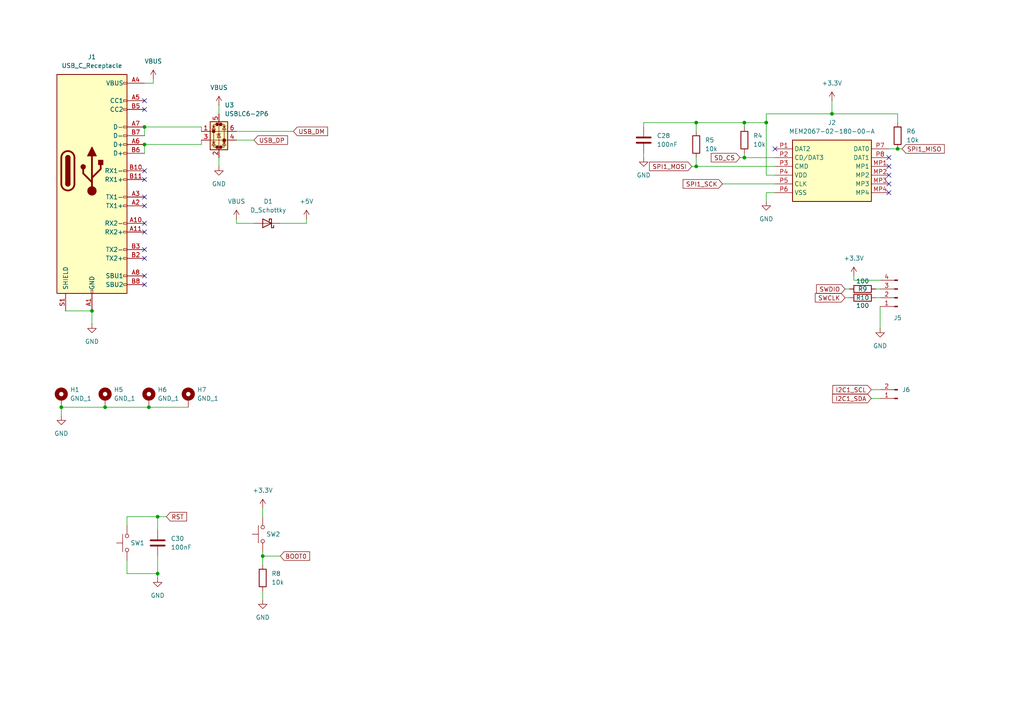
<source format=kicad_sch>
(kicad_sch (version 20231120) (generator "eeschema") (generator_version "8.0")
  (paper "A4")
  (lib_symbols
    (symbol "Connector:Conn_01x02_Pin" (pin_names (offset 1.016) hide)
      (property "Reference" "J" (at 0 2.54 0))
      (property "Value" "Conn_01x02_Pin" (at 0 -5.08 0))
      (symbol "Conn_01x02_Pin_1_1"
        (polyline (pts (xy 1.27 -2.54) (xy 0.8636 -2.54)) (stroke (width 0.1524)))
        (polyline (pts (xy 1.27 0) (xy 0.8636 0)) (stroke (width 0.1524)))
        (rectangle (start 0.8636 -2.413) (end 0 -2.667) (stroke (width 0.1524)) (fill (type outline)))
        (rectangle (start 0.8636 0.127) (end 0 -0.127) (stroke (width 0.1524)) (fill (type outline)))
        (pin passive line (at 5.08 0 180) (length 3.81) (name "Pin_1") (number "1"))
        (pin passive line (at 5.08 -2.54 180) (length 3.81) (name "Pin_2") (number "2"))
      )
    )
    (symbol "Connector:Conn_01x04_Pin" (pin_names (offset 1.016) hide)
      (property "Reference" "J" (at 0 5.08 0))
      (property "Value" "Conn_01x04_Pin" (at 0 -7.62 0))
      (symbol "Conn_01x04_Pin_1_1"
        (polyline (pts (xy 1.27 -5.08) (xy 0.8636 -5.08)) (stroke (width 0.1524)))
        (polyline (pts (xy 1.27 -2.54) (xy 0.8636 -2.54)) (stroke (width 0.1524)))
        (polyline (pts (xy 1.27 0) (xy 0.8636 0)) (stroke (width 0.1524)))
        (polyline (pts (xy 1.27 2.54) (xy 0.8636 2.54)) (stroke (width 0.1524)))
        (rectangle (start 0.8636 -4.953) (end 0 -5.207) (stroke (width 0.1524)) (fill (type outline)))
        (rectangle (start 0.8636 -2.413) (end 0 -2.667) (stroke (width 0.1524)) (fill (type outline)))
        (rectangle (start 0.8636 0.127) (end 0 -0.127) (stroke (width 0.1524)) (fill (type outline)))
        (rectangle (start 0.8636 2.667) (end 0 2.413) (stroke (width 0.1524)) (fill (type outline)))
        (pin passive line (at 5.08 2.54 180) (length 3.81) (name "Pin_1") (number "1"))
        (pin passive line (at 5.08 0 180) (length 3.81) (name "Pin_2") (number "2"))
        (pin passive line (at 5.08 -2.54 180) (length 3.81) (name "Pin_3") (number "3"))
        (pin passive line (at 5.08 -5.08 180) (length 3.81) (name "Pin_4") (number "4"))
      )
    )
    (symbol "Connector:USB_C_Receptacle" (pin_names (offset 1.016))
      (property "Reference" "J" (at -10.16 29.21 0))
      (property "Value" "USB_C_Receptacle" (at 10.16 29.21 0))
      (symbol "USB_C_Receptacle_0_0"
        (rectangle (start -0.254 -35.56) (end 0.254 -34.544))
        (rectangle (start 10.16 -32.766) (end 9.144 -33.274))
        (rectangle (start 10.16 -30.226) (end 9.144 -30.734))
        (rectangle (start 10.16 -25.146) (end 9.144 -25.654))
        (rectangle (start 10.16 -22.606) (end 9.144 -23.114))
        (rectangle (start 10.16 -17.526) (end 9.144 -18.034))
        (rectangle (start 10.16 -14.986) (end 9.144 -15.494))
        (rectangle (start 10.16 -9.906) (end 9.144 -10.414))
        (rectangle (start 10.16 -7.366) (end 9.144 -7.874))
        (rectangle (start 10.16 -2.286) (end 9.144 -2.794))
        (rectangle (start 10.16 0.254) (end 9.144 -0.254))
        (rectangle (start 10.16 5.334) (end 9.144 4.826))
        (rectangle (start 10.16 7.874) (end 9.144 7.366))
        (rectangle (start 10.16 10.414) (end 9.144 9.906))
        (rectangle (start 10.16 12.954) (end 9.144 12.446))
        (rectangle (start 10.16 18.034) (end 9.144 17.526))
        (rectangle (start 10.16 20.574) (end 9.144 20.066))
        (rectangle (start 10.16 25.654) (end 9.144 25.146))
      )
      (symbol "USB_C_Receptacle_0_1"
        (rectangle (start -10.16 27.94) (end 10.16 -35.56) (stroke (width 0.254)) (fill (type background)))
        (arc (start -8.89 -3.81) (mid -6.985 -5.7067) (end -5.08 -3.81) (stroke (width 0.508)))
        (arc (start -7.62 -3.81) (mid -6.985 -4.4423) (end -6.35 -3.81) (stroke (width 0.254)))
        (arc (start -7.62 -3.81) (mid -6.985 -4.4423) (end -6.35 -3.81) (stroke (width 0.254)) (fill (type outline)))
        (rectangle (start -7.62 -3.81) (end -6.35 3.81) (stroke (width 0.254)) (fill (type outline)))
        (arc (start -6.35 3.81) (mid -6.985 4.4423) (end -7.62 3.81) (stroke (width 0.254)))
        (arc (start -6.35 3.81) (mid -6.985 4.4423) (end -7.62 3.81) (stroke (width 0.254)) (fill (type outline)))
        (arc (start -5.08 3.81) (mid -6.985 5.7067) (end -8.89 3.81) (stroke (width 0.508)))
        (polyline (pts (xy -8.89 -3.81) (xy -8.89 3.81)) (stroke (width 0.508)))
        (polyline (pts (xy -5.08 3.81) (xy -5.08 -3.81)) (stroke (width 0.508)))
      )
      (symbol "USB_C_Receptacle_1_1"
        (circle (center -2.54 1.143) (radius 0.635) (stroke (width 0.254)) (fill (type outline)))
        (circle (center 0 -5.842) (radius 1.27) (fill (type outline)))
        (polyline (pts (xy 0 -5.842) (xy 0 4.318)) (stroke (width 0.508)))
        (polyline (pts (xy 0 -3.302) (xy -2.54 -0.762) (xy -2.54 0.508)) (stroke (width 0.508)))
        (polyline (pts (xy 0 -2.032) (xy 2.54 0.508) (xy 2.54 1.778)) (stroke (width 0.508)))
        (polyline (pts (xy -1.27 4.318) (xy 0 6.858) (xy 1.27 4.318) (xy -1.27 4.318)) (stroke (width 0.254)) (fill (type outline)))
        (rectangle (start 1.905 1.778) (end 3.175 3.048) (stroke (width 0.254)) (fill (type outline)))
        (pin passive line (at 0 -40.64 90) (length 5.08) (name "GND") (number "A1"))
        (pin bidirectional line (at 15.24 -15.24 180) (length 5.08) (name "RX2-") (number "A10"))
        (pin bidirectional line (at 15.24 -17.78 180) (length 5.08) (name "RX2+") (number "A11"))
        (pin passive line (at 0 -40.64 90) (length 5.08) hide (name "GND") (number "A12"))
        (pin bidirectional line (at 15.24 -10.16 180) (length 5.08) (name "TX1+") (number "A2"))
        (pin bidirectional line (at 15.24 -7.62 180) (length 5.08) (name "TX1-") (number "A3"))
        (pin passive line (at 15.24 25.4 180) (length 5.08) (name "VBUS") (number "A4"))
        (pin bidirectional line (at 15.24 20.32 180) (length 5.08) (name "CC1") (number "A5"))
        (pin bidirectional line (at 15.24 7.62 180) (length 5.08) (name "D+") (number "A6"))
        (pin bidirectional line (at 15.24 12.7 180) (length 5.08) (name "D-") (number "A7"))
        (pin bidirectional line (at 15.24 -30.48 180) (length 5.08) (name "SBU1") (number "A8"))
        (pin passive line (at 15.24 25.4 180) (length 5.08) hide (name "VBUS") (number "A9"))
        (pin passive line (at 0 -40.64 90) (length 5.08) hide (name "GND") (number "B1"))
        (pin bidirectional line (at 15.24 0 180) (length 5.08) (name "RX1-") (number "B10"))
        (pin bidirectional line (at 15.24 -2.54 180) (length 5.08) (name "RX1+") (number "B11"))
        (pin passive line (at 0 -40.64 90) (length 5.08) hide (name "GND") (number "B12"))
        (pin bidirectional line (at 15.24 -25.4 180) (length 5.08) (name "TX2+") (number "B2"))
        (pin bidirectional line (at 15.24 -22.86 180) (length 5.08) (name "TX2-") (number "B3"))
        (pin passive line (at 15.24 25.4 180) (length 5.08) hide (name "VBUS") (number "B4"))
        (pin bidirectional line (at 15.24 17.78 180) (length 5.08) (name "CC2") (number "B5"))
        (pin bidirectional line (at 15.24 5.08 180) (length 5.08) (name "D+") (number "B6"))
        (pin bidirectional line (at 15.24 10.16 180) (length 5.08) (name "D-") (number "B7"))
        (pin bidirectional line (at 15.24 -33.02 180) (length 5.08) (name "SBU2") (number "B8"))
        (pin passive line (at 15.24 25.4 180) (length 5.08) hide (name "VBUS") (number "B9"))
        (pin passive line (at -7.62 -40.64 90) (length 5.08) (name "SHIELD") (number "S1"))
      )
    )
    (symbol "Device:C" (pin_numbers hide) (pin_names (offset 0.254))
      (property "Reference" "C" (at 0.635 2.54 0))
      (property "Value" "C" (at 0.635 -2.54 0))
      (symbol "C_0_1"
        (polyline (pts (xy -2.032 -0.762) (xy 2.032 -0.762)) (stroke (width 0.508)))
        (polyline (pts (xy -2.032 0.762) (xy 2.032 0.762)) (stroke (width 0.508)))
      )
      (symbol "C_1_1"
        (pin passive line (at 0 3.81 270) (length 2.794) (name "~") (number "1"))
        (pin passive line (at 0 -3.81 90) (length 2.794) (name "~") (number "2"))
      )
    )
    (symbol "Device:D_Schottky" (pin_numbers hide) (pin_names (offset 1.016) hide)
      (property "Reference" "D" (at 0 2.54 0))
      (property "Value" "D_Schottky" (at 0 -2.54 0))
      (symbol "D_Schottky_0_1"
        (polyline (pts (xy 1.27 0) (xy -1.27 0)))
        (polyline (pts (xy 1.27 1.27) (xy 1.27 -1.27) (xy -1.27 0) (xy 1.27 1.27)) (stroke (width 0.254)))
        (polyline (pts (xy -1.905 0.635) (xy -1.905 1.27) (xy -1.27 1.27) (xy -1.27 -1.27) (xy -0.635 -1.27) (xy -0.635 -0.635)) (stroke (width 0.254)))
      )
      (symbol "D_Schottky_1_1"
        (pin passive line (at -3.81 0 0) (length 2.54) (name "K") (number "1"))
        (pin passive line (at 3.81 0 180) (length 2.54) (name "A") (number "2"))
      )
    )
    (symbol "Device:R" (pin_numbers hide) (pin_names (offset 0))
      (property "Reference" "R" (at 2.032 0 90))
      (property "Value" "R" (at 0 0 90))
      (symbol "R_0_1"
        (rectangle (start -1.016 -2.54) (end 1.016 2.54) (stroke (width 0.254)))
      )
      (symbol "R_1_1"
        (pin passive line (at 0 3.81 270) (length 1.27) (name "~") (number "1"))
        (pin passive line (at 0 -3.81 90) (length 1.27) (name "~") (number "2"))
      )
    )
    (symbol "Mechanical:MountingHole_Pad_MP" (pin_numbers hide) (pin_names (offset 1.016) hide) (exclude_from_sim yes) (in_bom no)
      (property "Reference" "H" (at 0 6.35 0))
      (property "Value" "MountingHole_Pad_MP" (at 0 4.445 0))
      (symbol "MountingHole_Pad_MP_0_1"
        (circle (center 0 1.27) (radius 1.27) (stroke (width 1.27)))
      )
      (symbol "MountingHole_Pad_MP_1_1"
        (pin input line (at 0 -2.54 90) (length 2.54) (name "MP") (number "MP"))
      )
    )
    (symbol "Power_Protection:USBLC6-2P6" (pin_names hide)
      (property "Reference" "U" (at 0.635 5.715 0))
      (property "Value" "USBLC6-2P6" (at 0.635 3.81 0))
      (symbol "USBLC6-2P6_0_0"
        (circle (center -1.524 0) (radius 0.0001) (stroke (width 0.508)))
        (circle (center -0.508 -4.572) (radius 0.0001) (stroke (width 0.508)))
        (circle (center -0.508 2.032) (radius 0.0001) (stroke (width 0.508)))
        (circle (center 0.508 -4.572) (radius 0.0001) (stroke (width 0.508)))
        (circle (center 0.508 2.032) (radius 0.0001) (stroke (width 0.508)))
        (circle (center 1.524 -2.54) (radius 0.0001) (stroke (width 0.508)))
      )
      (symbol "USBLC6-2P6_0_1"
        (polyline (pts (xy -2.54 -2.54) (xy 2.54 -2.54)))
        (polyline (pts (xy -2.54 0) (xy 2.54 0)))
        (polyline (pts (xy -2.032 -3.048) (xy -1.016 -3.048)))
        (polyline (pts (xy -1.016 1.524) (xy -2.032 1.524)))
        (polyline (pts (xy 1.016 -3.048) (xy 2.032 -3.048)))
        (polyline (pts (xy 1.016 1.524) (xy 2.032 1.524)))
        (polyline (pts (xy -0.508 -1.143) (xy -0.508 -0.762) (xy 0.508 -0.762)))
        (polyline (pts (xy -2.032 0.508) (xy -1.016 0.508) (xy -1.524 1.524) (xy -2.032 0.508)))
        (polyline (pts (xy -1.016 -4.064) (xy -2.032 -4.064) (xy -1.524 -3.048) (xy -1.016 -4.064)))
        (polyline (pts (xy 0.508 -1.778) (xy -0.508 -1.778) (xy 0 -0.762) (xy 0.508 -1.778)))
        (polyline (pts (xy 2.032 -4.064) (xy 1.016 -4.064) (xy 1.524 -3.048) (xy 2.032 -4.064)))
        (polyline (pts (xy 2.032 0.508) (xy 1.016 0.508) (xy 1.524 1.524) (xy 2.032 0.508)))
        (polyline (pts (xy 0 2.54) (xy -0.508 2.032) (xy 0.508 2.032) (xy 0 1.524) (xy 0 -4.064) (xy -0.508 -4.572) (xy 0.508 -4.572) (xy 0 -5.08)))
      )
      (symbol "USBLC6-2P6_1_1"
        (rectangle (start -2.54 2.794) (end 2.54 -5.334) (stroke (width 0.254)) (fill (type background)))
        (polyline (pts (xy -0.508 2.032) (xy -1.524 2.032) (xy -1.524 -4.572) (xy -0.508 -4.572)))
        (polyline (pts (xy 0.508 -4.572) (xy 1.524 -4.572) (xy 1.524 2.032) (xy 0.508 2.032)))
        (pin passive line (at -5.08 0 0) (length 2.54) (name "I/O1") (number "1"))
        (pin passive line (at 0 -7.62 90) (length 2.54) (name "GND") (number "2"))
        (pin passive line (at -5.08 -2.54 0) (length 2.54) (name "I/O2") (number "3"))
        (pin passive line (at 5.08 -2.54 180) (length 2.54) (name "I/O2") (number "4"))
        (pin passive line (at 0 5.08 270) (length 2.54) (name "VBUS") (number "5"))
        (pin passive line (at 5.08 0 180) (length 2.54) (name "I/O1") (number "6"))
      )
    )
    (symbol "Switch:SW_Push" (pin_numbers hide) (pin_names (offset 1.016) hide)
      (property "Reference" "SW" (at 1.27 2.54 0))
      (property "Value" "SW_Push" (at 0 -1.524 0))
      (symbol "SW_Push_0_1"
        (circle (center -2.032 0) (radius 0.508))
        (polyline (pts (xy 0 1.27) (xy 0 3.048)))
        (polyline (pts (xy 2.54 1.27) (xy -2.54 1.27)))
        (circle (center 2.032 0) (radius 0.508))
        (pin passive line (at -5.08 0 0) (length 2.54) (name "1") (number "1"))
        (pin passive line (at 5.08 0 180) (length 2.54) (name "2") (number "2"))
      )
    )
    (symbol "VanguardLib:MEM2067-02-180-00-A"
      (property "Reference" "J" (at 29.21 7.62 0))
      (property "Value" "MEM2067-02-180-00-A" (at 29.21 5.08 0))
      (symbol "MEM2067-02-180-00-A_1_1"
        (rectangle (start 5.08 2.54) (end 27.94 -15.24) (stroke (width 0.254)) (fill (type background)))
        (pin passive line (at 33.02 -5.08 180) (length 5.08) (name "MP1") (number "MP1"))
        (pin passive line (at 33.02 -7.62 180) (length 5.08) (name "MP2") (number "MP2"))
        (pin passive line (at 33.02 -10.16 180) (length 5.08) (name "MP3") (number "MP3"))
        (pin passive line (at 33.02 -12.7 180) (length 5.08) (name "MP4") (number "MP4"))
        (pin passive line (at 0 0 0) (length 5.08) (name "DAT2") (number "P1"))
        (pin passive line (at 0 -2.54 0) (length 5.08) (name "CD/DAT3") (number "P2"))
        (pin passive line (at 0 -5.08 0) (length 5.08) (name "CMD") (number "P3"))
        (pin passive line (at 0 -7.62 0) (length 5.08) (name "VDD") (number "P4"))
        (pin passive line (at 0 -10.16 0) (length 5.08) (name "CLK") (number "P5"))
        (pin passive line (at 0 -12.7 0) (length 5.08) (name "VSS") (number "P6"))
        (pin passive line (at 33.02 0 180) (length 5.08) (name "DAT0") (number "P7"))
        (pin passive line (at 33.02 -2.54 180) (length 5.08) (name "DAT1") (number "P8"))
      )
    )
    (symbol "power:+3.3V" (power) (pin_numbers hide) (pin_names (offset 0) hide)
      (property "Value" "+3.3V" (at 0 3.556 0))
      (symbol "+3.3V_0_1"
        (polyline (pts (xy -0.762 1.27) (xy 0 2.54)))
        (polyline (pts (xy 0 0) (xy 0 2.54)))
        (polyline (pts (xy 0 2.54) (xy 0.762 1.27)))
      )
      (symbol "+3.3V_1_1"
        (pin power_in line (at 0 0 90) (length 0) (name "~") (number "1"))
      )
    )
    (symbol "power:+5V" (power) (pin_numbers hide) (pin_names (offset 0) hide)
      (property "Value" "+5V" (at 0 3.556 0))
      (symbol "+5V_0_1"
        (polyline (pts (xy -0.762 1.27) (xy 0 2.54)))
        (polyline (pts (xy 0 0) (xy 0 2.54)))
        (polyline (pts (xy 0 2.54) (xy 0.762 1.27)))
      )
      (symbol "+5V_1_1"
        (pin power_in line (at 0 0 90) (length 0) (name "~") (number "1"))
      )
    )
    (symbol "power:GND" (power) (pin_numbers hide) (pin_names (offset 0) hide)
      (property "Value" "GND" (at 0 -3.81 0))
      (symbol "GND_0_1"
        (polyline (pts (xy 0 0) (xy 0 -1.27) (xy 1.27 -1.27) (xy 0 -2.54) (xy -1.27 -1.27) (xy 0 -1.27)))
      )
      (symbol "GND_1_1"
        (pin power_in line (at 0 0 270) (length 0) (name "~") (number "1"))
      )
    )
    (symbol "power:VBUS" (power) (pin_numbers hide) (pin_names (offset 0) hide)
      (property "Value" "VBUS" (at 0 3.556 0))
      (symbol "VBUS_0_1"
        (polyline (pts (xy -0.762 1.27) (xy 0 2.54)))
        (polyline (pts (xy 0 0) (xy 0 2.54)))
        (polyline (pts (xy 0 2.54) (xy 0.762 1.27)))
      )
      (symbol "VBUS_1_1"
        (pin power_in line (at 0 0 90) (length 0) (name "~") (number "1"))
      )
    )
  )
  (junction (at 222.25 35.56))
  (junction (at 17.78 118.11))
  (junction (at 41.91 36.83))
  (junction (at 43.18 118.11))
  (junction (at 201.93 48.26))
  (junction (at 76.2 161.29))
  (junction (at 30.48 118.11))
  (junction (at 215.9 35.56))
  (junction (at 241.3 33.02))
  (junction (at 260.35 43.18))
  (junction (at 45.72 166.37))
  (junction (at 26.67 90.17))
  (junction (at 215.9 45.72))
  (junction (at 45.72 149.86))
  (junction (at 41.91 41.91))
  (junction (at 201.93 35.56))
  (no_connect (at 41.91 29.21))
  (no_connect (at 41.91 80.01))
  (no_connect (at 41.91 52.07))
  (no_connect (at 224.79 43.18))
  (no_connect (at 41.91 72.39))
  (no_connect (at 41.91 59.69))
  (no_connect (at 257.81 53.34))
  (no_connect (at 41.91 82.55))
  (no_connect (at 257.81 55.88))
  (no_connect (at 41.91 49.53))
  (no_connect (at 41.91 67.31))
  (no_connect (at 41.91 57.15))
  (no_connect (at 41.91 74.93))
  (no_connect (at 41.91 64.77))
  (no_connect (at 41.91 31.75))
  (no_connect (at 257.81 48.26))
  (no_connect (at 257.81 45.72))
  (no_connect (at 257.81 50.8))
  (wire (pts (xy 41.91 41.91) (xy 58.42 41.91)))
  (wire (pts (xy 88.9 63.5) (xy 88.9 64.77)))
  (wire (pts (xy 81.28 64.77) (xy 88.9 64.77)))
  (wire (pts (xy 215.9 45.72) (xy 224.79 45.72)))
  (wire (pts (xy 68.58 64.77) (xy 73.66 64.77)))
  (wire (pts (xy 41.91 36.83) (xy 41.91 39.37)))
  (wire (pts (xy 45.72 166.37) (xy 45.72 161.29)))
  (wire (pts (xy 257.81 43.18) (xy 260.35 43.18)))
  (wire (pts (xy 76.2 161.29) (xy 81.28 161.29)))
  (wire (pts (xy 36.83 149.86) (xy 45.72 149.86)))
  (wire (pts (xy 252.73 113.03) (xy 255.27 113.03)))
  (wire (pts (xy 241.3 33.02) (xy 260.35 33.02)))
  (wire (pts (xy 260.35 33.02) (xy 260.35 35.56)))
  (wire (pts (xy 76.2 160.02) (xy 76.2 161.29)))
  (wire (pts (xy 241.3 33.02) (xy 241.3 29.21)))
  (wire (pts (xy 30.48 118.11) (xy 43.18 118.11)))
  (wire (pts (xy 214.63 45.72) (xy 215.9 45.72)))
  (wire (pts (xy 36.83 166.37) (xy 36.83 162.56)))
  (wire (pts (xy 252.73 115.57) (xy 255.27 115.57)))
  (wire (pts (xy 201.93 48.26) (xy 224.79 48.26)))
  (wire (pts (xy 222.25 55.88) (xy 222.25 58.42)))
  (wire (pts (xy 17.78 118.11) (xy 17.78 120.65)))
  (wire (pts (xy 76.2 161.29) (xy 76.2 163.83)))
  (wire (pts (xy 200.66 48.26) (xy 201.93 48.26)))
  (wire (pts (xy 41.91 36.83) (xy 58.42 36.83)))
  (wire (pts (xy 186.69 44.45) (xy 186.69 45.72)))
  (wire (pts (xy 58.42 36.83) (xy 58.42 38.1)))
  (wire (pts (xy 68.58 63.5) (xy 68.58 64.77)))
  (wire (pts (xy 254 83.82) (xy 255.27 83.82)))
  (wire (pts (xy 17.78 118.11) (xy 30.48 118.11)))
  (wire (pts (xy 255.27 88.9) (xy 255.27 95.25)))
  (wire (pts (xy 36.83 166.37) (xy 45.72 166.37)))
  (wire (pts (xy 26.67 90.17) (xy 26.67 93.98)))
  (wire (pts (xy 245.11 83.82) (xy 246.38 83.82)))
  (wire (pts (xy 224.79 55.88) (xy 222.25 55.88)))
  (wire (pts (xy 247.65 81.28) (xy 255.27 81.28)))
  (wire (pts (xy 45.72 149.86) (xy 45.72 153.67)))
  (wire (pts (xy 201.93 35.56) (xy 215.9 35.56)))
  (wire (pts (xy 41.91 24.13) (xy 44.45 24.13)))
  (wire (pts (xy 45.72 149.86) (xy 48.26 149.86)))
  (wire (pts (xy 44.45 22.86) (xy 44.45 24.13)))
  (wire (pts (xy 43.18 118.11) (xy 54.61 118.11)))
  (wire (pts (xy 58.42 41.91) (xy 58.42 40.64)))
  (wire (pts (xy 245.11 86.36) (xy 246.38 86.36)))
  (wire (pts (xy 201.93 38.1) (xy 201.93 35.56)))
  (wire (pts (xy 76.2 147.32) (xy 76.2 149.86)))
  (wire (pts (xy 247.65 81.28) (xy 247.65 80.01)))
  (wire (pts (xy 260.35 43.18) (xy 261.62 43.18)))
  (wire (pts (xy 222.25 33.02) (xy 222.25 35.56)))
  (wire (pts (xy 63.5 30.48) (xy 63.5 33.02)))
  (wire (pts (xy 222.25 35.56) (xy 222.25 50.8)))
  (wire (pts (xy 215.9 35.56) (xy 222.25 35.56)))
  (wire (pts (xy 222.25 33.02) (xy 241.3 33.02)))
  (wire (pts (xy 215.9 45.72) (xy 215.9 44.45)))
  (wire (pts (xy 224.79 50.8) (xy 222.25 50.8)))
  (wire (pts (xy 63.5 45.72) (xy 63.5 48.26)))
  (wire (pts (xy 45.72 166.37) (xy 45.72 167.64)))
  (wire (pts (xy 215.9 35.56) (xy 215.9 36.83)))
  (wire (pts (xy 186.69 35.56) (xy 201.93 35.56)))
  (wire (pts (xy 36.83 152.4) (xy 36.83 149.86)))
  (wire (pts (xy 76.2 171.45) (xy 76.2 173.99)))
  (wire (pts (xy 68.58 38.1) (xy 85.09 38.1)))
  (wire (pts (xy 209.55 53.34) (xy 224.79 53.34)))
  (wire (pts (xy 186.69 35.56) (xy 186.69 36.83)))
  (wire (pts (xy 201.93 45.72) (xy 201.93 48.26)))
  (wire (pts (xy 68.58 40.64) (xy 73.66 40.64)))
  (wire (pts (xy 19.05 90.17) (xy 26.67 90.17)))
  (wire (pts (xy 254 86.36) (xy 255.27 86.36)))
  (wire (pts (xy 41.91 41.91) (xy 41.91 44.45)))
  (global_label "SWDIO" (shape input) (at 245.11 83.82 180) (property "Intersheetrefs" "${INTERSHEET_REFS}" (effects (hide yes))))
  (global_label "BOOT0" (shape input) (at 81.28 161.29 0) (property "Intersheetrefs" "${INTERSHEET_REFS}" (effects (hide yes))))
  (global_label "I2C1_SDA" (shape input) (at 252.73 115.57 180) (property "Intersheetrefs" "${INTERSHEET_REFS}" (effects (hide yes))))
  (global_label "SPI1_SCK" (shape input) (at 209.55 53.34 180) (property "Intersheetrefs" "${INTERSHEET_REFS}" (effects (hide yes))))
  (global_label "SD_CS" (shape input) (at 214.63 45.72 180) (property "Intersheetrefs" "${INTERSHEET_REFS}" (effects (hide yes))))
  (global_label "USB_DP" (shape input) (at 73.66 40.64 0) (property "Intersheetrefs" "${INTERSHEET_REFS}" (effects (hide yes))))
  (global_label "SWCLK" (shape input) (at 245.11 86.36 180) (property "Intersheetrefs" "${INTERSHEET_REFS}" (effects (hide yes))))
  (global_label "RST" (shape input) (at 48.26 149.86 0) (property "Intersheetrefs" "${INTERSHEET_REFS}" (effects (hide yes))))
  (global_label "I2C1_SCL" (shape input) (at 252.73 113.03 180) (property "Intersheetrefs" "${INTERSHEET_REFS}" (effects (hide yes))))
  (global_label "SPI1_MISO" (shape input) (at 261.62 43.18 0) (property "Intersheetrefs" "${INTERSHEET_REFS}" (effects (hide yes))))
  (global_label "USB_DM" (shape input) (at 85.09 38.1 0) (property "Intersheetrefs" "${INTERSHEET_REFS}" (effects (hide yes))))
  (global_label "SPI1_MOSI" (shape input) (at 200.66 48.26 180) (property "Intersheetrefs" "${INTERSHEET_REFS}" (effects (hide yes))))
  (symbol (lib_id "Device:D_Schottky") (at 77.47 64.77 180) (unit 1)
    (property "Reference" "D1" (at 77.7875 58.42 0))
    (property "Value" "D_Schottky" (at 77.7875 60.96 0))
    (property "Footprint" "Diode_SMD:D_0201_0603Metric" (effects (hide yes)))
    (property "Description" "Schottky diode" (effects (hide yes)))
  )
  (symbol (lib_id "power:+5V") (at 88.9 63.5 0) (unit 1)
    (property "Reference" "#PWR023" (effects (hide yes)))
    (property "Value" "+5V" (at 88.9 58.42 0))
    (property "Description" "Power symbol creates a global label with name \"+5V\"" (effects (hide yes)))
  )
  (symbol (lib_id "Device:R") (at 250.19 83.82 90) (unit 1)
    (property "Reference" "R9" (at 250.19 83.82 90))
    (property "Value" "100" (at 250.19 88.646 90))
    (property "Footprint" "Resistor_SMD:R_0402_1005Metric" (effects (hide yes)))
    (property "Description" "Resistor" (effects (hide yes)))
  )
  (symbol (lib_id "power:GND") (at 76.2 173.99 0) (unit 1)
    (property "Reference" "#PWR050" (effects (hide yes)))
    (property "Value" "GND" (at 76.2 179.07 0))
    (property "Description" "Power symbol creates a global label with name \"GND\" , ground" (effects (hide yes)))
  )
  (symbol (lib_id "power:VBUS") (at 63.5 30.48 0) (unit 1)
    (property "Reference" "#PWR020" (effects (hide yes)))
    (property "Value" "VBUS" (at 63.5 25.4 0))
    (property "Description" "Power symbol creates a global label with name \"VBUS\"" (effects (hide yes)))
  )
  (symbol (lib_id "Switch:SW_Push") (at 76.2 154.94 90) (unit 1)
    (property "Reference" "SW2" (at 77.216 154.94 90) (effects (justify right)))
    (property "Value" "SW_Push" (effects (hide yes)))
    (property "Footprint" "Button_Switch_SMD:SW_SPST_PTS810" (effects (hide yes)))
    (property "Description" "Push button switch, generic, two pins" (effects (hide yes)))
  )
  (symbol (lib_id "Mechanical:MountingHole_Pad_MP") (at 30.48 115.57 0) (unit 1) (exclude_from_sim yes) (in_bom no)
    (property "Reference" "H5" (at 33.02 113.0299 0) (effects (justify left)))
    (property "Value" "GND_1" (at 33.02 115.5699 0) (effects (justify left)))
    (property "Footprint" "MountingHole:MountingHole_2.2mm_M2_DIN965_Pad_TopBottom" (effects (hide yes)))
    (property "Description" "Mounting Hole with connection as pad named MP" (effects (hide yes)))
  )
  (symbol (lib_id "Device:R") (at 215.9 40.64 0) (unit 1)
    (property "Reference" "R4" (at 218.44 39.3699 0) (effects (justify left)))
    (property "Value" "10k" (at 218.44 41.9099 0) (effects (justify left)))
    (property "Footprint" "Resistor_SMD:R_0201_0603Metric" (effects (hide yes)))
    (property "Description" "Resistor" (effects (hide yes)))
  )
  (symbol (lib_id "power:GND") (at 63.5 48.26 0) (unit 1)
    (property "Reference" "#PWR019" (effects (hide yes)))
    (property "Value" "GND" (at 63.5 53.34 0))
    (property "Description" "Power symbol creates a global label with name \"GND\" , ground" (effects (hide yes)))
  )
  (symbol (lib_id "Switch:SW_Push") (at 36.83 157.48 90) (unit 1)
    (property "Reference" "SW1" (at 37.846 157.48 90) (effects (justify right)))
    (property "Value" "SW_Push" (effects (hide yes)))
    (property "Footprint" "Button_Switch_SMD:SW_SPST_PTS810" (effects (hide yes)))
    (property "Description" "Push button switch, generic, two pins" (effects (hide yes)))
  )
  (symbol (lib_id "Device:C") (at 45.72 157.48 0) (unit 1)
    (property "Reference" "C30" (at 49.53 156.2099 0) (effects (justify left)))
    (property "Value" "100nF" (at 49.53 158.7499 0) (effects (justify left)))
    (property "Footprint" "Capacitor_SMD:C_0201_0603Metric" (effects (hide yes)))
    (property "Description" "Unpolarized capacitor" (effects (hide yes)))
  )
  (symbol (lib_id "power:+3.3V") (at 247.65 80.01 0) (unit 1)
    (property "Reference" "#PWR024" (effects (hide yes)))
    (property "Value" "+3.3V" (at 247.65 74.93 0))
    (property "Description" "Power symbol creates a global label with name \"+3.3V\"" (effects (hide yes)))
  )
  (symbol (lib_id "power:GND") (at 222.25 58.42 0) (unit 1)
    (property "Reference" "#PWR040" (effects (hide yes)))
    (property "Value" "GND" (at 222.25 63.5 0))
    (property "Description" "Power symbol creates a global label with name \"GND\" , ground" (effects (hide yes)))
  )
  (symbol (lib_id "power:VBUS") (at 68.58 63.5 0) (unit 1)
    (property "Reference" "#PWR022" (effects (hide yes)))
    (property "Value" "VBUS" (at 68.58 58.42 0))
    (property "Description" "Power symbol creates a global label with name \"VBUS\"" (effects (hide yes)))
  )
  (symbol (lib_id "Mechanical:MountingHole_Pad_MP") (at 54.61 115.57 0) (unit 1) (exclude_from_sim yes) (in_bom no)
    (property "Reference" "H7" (at 57.15 113.0299 0) (effects (justify left)))
    (property "Value" "GND_1" (at 57.15 115.5699 0) (effects (justify left)))
    (property "Footprint" "MountingHole:MountingHole_2.2mm_M2_DIN965_Pad_TopBottom" (effects (hide yes)))
    (property "Description" "Mounting Hole with connection as pad named MP" (effects (hide yes)))
  )
  (symbol (lib_id "power:+3.3V") (at 76.2 147.32 0) (unit 1)
    (property "Reference" "#PWR049" (effects (hide yes)))
    (property "Value" "+3.3V" (at 76.2 142.24 0))
    (property "Description" "Power symbol creates a global label with name \"+3.3V\"" (effects (hide yes)))
  )
  (symbol (lib_id "power:GND") (at 186.69 45.72 0) (unit 1)
    (property "Reference" "#PWR039" (effects (hide yes)))
    (property "Value" "GND" (at 186.69 50.8 0))
    (property "Description" "Power symbol creates a global label with name \"GND\" , ground" (effects (hide yes)))
  )
  (symbol (lib_id "power:GND") (at 255.27 95.25 0) (unit 1)
    (property "Reference" "#PWR051" (effects (hide yes)))
    (property "Value" "GND" (at 255.27 100.33 0))
    (property "Description" "Power symbol creates a global label with name \"GND\" , ground" (effects (hide yes)))
  )
  (symbol (lib_id "Device:R") (at 201.93 41.91 0) (unit 1)
    (property "Reference" "R5" (at 204.47 40.6399 0) (effects (justify left)))
    (property "Value" "10k" (at 204.47 43.1799 0) (effects (justify left)))
    (property "Footprint" "Resistor_SMD:R_0201_0603Metric" (effects (hide yes)))
    (property "Description" "Resistor" (effects (hide yes)))
  )
  (symbol (lib_id "power:VBUS") (at 44.45 22.86 0) (unit 1)
    (property "Reference" "#PWR021" (effects (hide yes)))
    (property "Value" "VBUS" (at 44.45 17.78 0))
    (property "Description" "Power symbol creates a global label with name \"VBUS\"" (effects (hide yes)))
  )
  (symbol (lib_id "power:+3.3V") (at 241.3 29.21 0) (unit 1)
    (property "Reference" "#PWR038" (effects (hide yes)))
    (property "Value" "+3.3V" (at 241.3 24.13 0))
    (property "Description" "Power symbol creates a global label with name \"+3.3V\"" (effects (hide yes)))
  )
  (symbol (lib_id "Device:R") (at 76.2 167.64 0) (unit 1)
    (property "Reference" "R8" (at 78.74 166.3699 0) (effects (justify left)))
    (property "Value" "10k" (at 78.74 168.9099 0) (effects (justify left)))
    (property "Footprint" "Resistor_SMD:R_0201_0603Metric" (effects (hide yes)))
    (property "Description" "Resistor" (effects (hide yes)))
  )
  (symbol (lib_id "Connector:Conn_01x02_Pin") (at 260.35 115.57 180) (unit 1)
    (property "Reference" "J6" (at 261.62 113.0299 0) (effects (justify right)))
    (property "Value" "Conn_01x02_Pin" (effects (hide yes)))
    (property "Footprint" "Connector_PinHeader_2.54mm:PinHeader_1x02_P2.54mm_Vertical" (effects (hide yes)))
    (property "Description" "Generic connector, single row, 01x02, script generated" (effects (hide yes)))
  )
  (symbol (lib_id "power:GND") (at 26.67 93.98 0) (unit 1)
    (property "Reference" "#PWR018" (effects (hide yes)))
    (property "Value" "GND" (at 26.67 99.06 0))
    (property "Description" "Power symbol creates a global label with name \"GND\" , ground" (effects (hide yes)))
  )
  (symbol (lib_id "Connector:Conn_01x04_Pin") (at 260.35 86.36 180) (unit 1)
    (property "Reference" "J5" (at 260.35 92.202 0))
    (property "Value" "Conn_01x04_Pin" (effects (hide yes)))
    (property "Footprint" "Connector_PinSocket_2.54mm:PinSocket_1x04_P2.54mm_Vertical" (effects (hide yes)))
    (property "Description" "Generic connector, single row, 01x04, script generated" (effects (hide yes)))
  )
  (symbol (lib_id "Device:R") (at 250.19 86.36 90) (unit 1)
    (property "Reference" "R10" (at 250.19 86.36 90))
    (property "Value" "100" (at 250.19 81.534 90))
    (property "Footprint" "Resistor_SMD:R_0402_1005Metric" (effects (hide yes)))
    (property "Description" "Resistor" (effects (hide yes)))
  )
  (symbol (lib_id "Mechanical:MountingHole_Pad_MP") (at 17.78 115.57 0) (unit 1) (exclude_from_sim yes) (in_bom no)
    (property "Reference" "H1" (at 20.32 113.0299 0) (effects (justify left)))
    (property "Value" "GND_1" (at 20.32 115.5699 0) (effects (justify left)))
    (property "Footprint" "MountingHole:MountingHole_2.2mm_M2_DIN965_Pad_TopBottom" (effects (hide yes)))
    (property "Description" "Mounting Hole with connection as pad named MP" (effects (hide yes)))
  )
  (symbol (lib_id "Device:C") (at 186.69 40.64 0) (unit 1)
    (property "Reference" "C28" (at 190.5 39.3699 0) (effects (justify left)))
    (property "Value" "100nF" (at 190.5 41.9099 0) (effects (justify left)))
    (property "Footprint" "Capacitor_SMD:C_0201_0603Metric" (effects (hide yes)))
    (property "Description" "Unpolarized capacitor" (effects (hide yes)))
  )
  (symbol (lib_id "Connector:USB_C_Receptacle") (at 26.67 49.53 0) (unit 1)
    (property "Reference" "J1" (at 26.67 16.51 0))
    (property "Value" "USB_C_Receptacle" (at 26.67 19.05 0))
    (property "Footprint" "Connector_USB:USB_C_Receptacle_Molex_105450-0101" (effects (hide yes)))
    (property "Datasheet" "https://www.usb.org/sites/default/files/documents/usb_type-c.zip" (effects (hide yes)))
    (property "Description" "USB Full-Featured Type-C Receptacle connector" (effects (hide yes)))
  )
  (symbol (lib_id "power:GND") (at 45.72 167.64 0) (unit 1)
    (property "Reference" "#PWR048" (effects (hide yes)))
    (property "Value" "GND" (at 45.72 172.72 0))
    (property "Description" "Power symbol creates a global label with name \"GND\" , ground" (effects (hide yes)))
  )
  (symbol (lib_id "Mechanical:MountingHole_Pad_MP") (at 43.18 115.57 0) (unit 1) (exclude_from_sim yes) (in_bom no)
    (property "Reference" "H6" (at 45.72 113.0299 0) (effects (justify left)))
    (property "Value" "GND_1" (at 45.72 115.5699 0) (effects (justify left)))
    (property "Footprint" "MountingHole:MountingHole_2.2mm_M2_DIN965_Pad_TopBottom" (effects (hide yes)))
    (property "Description" "Mounting Hole with connection as pad named MP" (effects (hide yes)))
  )
  (symbol (lib_id "Device:R") (at 260.35 39.37 0) (unit 1)
    (property "Reference" "R6" (at 262.89 38.0999 0) (effects (justify left)))
    (property "Value" "10k" (at 262.89 40.6399 0) (effects (justify left)))
    (property "Footprint" "Resistor_SMD:R_0201_0603Metric" (effects (hide yes)))
    (property "Description" "Resistor" (effects (hide yes)))
  )
  (symbol (lib_id "Power_Protection:USBLC6-2P6") (at 63.5 38.1 0) (unit 1)
    (property "Reference" "U3" (at 65.1511 30.48 0) (effects (justify left)))
    (property "Value" "USBLC6-2P6" (at 65.1511 33.02 0) (effects (justify left)))
    (property "Footprint" "Package_TO_SOT_SMD:SOT-666" (effects (hide yes)))
    (property "Datasheet" "https://www.st.com/resource/en/datasheet/usblc6-2.pdf" (effects (hide yes)))
    (property "Description" "Very low capacitance ESD protection diode, 2 data-line, SOT-666" (effects (hide yes)))
  )
  (symbol (lib_id "VanguardLib:MEM2067-02-180-00-A") (at 224.79 43.18 0) (unit 1)
    (property "Reference" "J2" (at 241.3 35.56 0))
    (property "Value" "MEM2067-02-180-00-A" (at 241.3 38.1 0))
    (property "Footprint" "MEM20670218000A" (effects (hide yes)))
    (property "Datasheet" "https://gct.co/files/drawings/mem2067.pdf" (effects (hide yes)))
    (property "Description" "GCT (GLOBAL CONNECTOR TECHNOLOGY) - MEM2067-02-180-00-A - Memory Socket, MEM2067 Series, Memory Card, 8 Contacts, Copper Alloy, Gold Plated Contacts" (effects (hide yes)))
    (property "Height" "1.95" (effects (hide yes)))
    (property "Manufacturer_Name" "GCT (GLOBAL CONNECTOR TECHNOLOGY)" (effects (hide yes)))
    (property "Manufacturer_Part_Number" "MEM2067-02-180-00-A" (effects (hide yes)))
    (property "Mouser Part Number" "640-MEM20670218000A" (effects (hide yes)))
    (property "Mouser Price/Stock" "https://www.mouser.co.uk/ProductDetail/GCT/MEM2067-02-180-00-A?qs=KUoIvG%2F9IlYTw%2Fcc1GlNJA%3D%3D" (effects (hide yes)))
  )
  (symbol (lib_id "power:GND") (at 17.78 120.65 0) (unit 1)
    (property "Reference" "#PWR041" (effects (hide yes)))
    (property "Value" "GND" (at 17.78 125.73 0))
    (property "Description" "Power symbol creates a global label with name \"GND\" , ground" (effects (hide yes)))
  )
)
</source>
